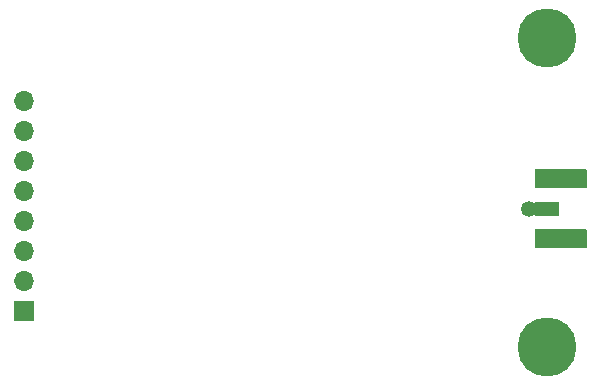
<source format=gbr>
%TF.GenerationSoftware,KiCad,Pcbnew,8.0.2*%
%TF.CreationDate,2024-06-12T11:30:58+02:00*%
%TF.ProjectId,e07-900m10s-breakout,6530372d-3930-4306-9d31-30732d627265,rev?*%
%TF.SameCoordinates,Original*%
%TF.FileFunction,Soldermask,Bot*%
%TF.FilePolarity,Negative*%
%FSLAX46Y46*%
G04 Gerber Fmt 4.6, Leading zero omitted, Abs format (unit mm)*
G04 Created by KiCad (PCBNEW 8.0.2) date 2024-06-12 11:30:58*
%MOMM*%
%LPD*%
G01*
G04 APERTURE LIST*
G04 Aperture macros list*
%AMRoundRect*
0 Rectangle with rounded corners*
0 $1 Rounding radius*
0 $2 $3 $4 $5 $6 $7 $8 $9 X,Y pos of 4 corners*
0 Add a 4 corners polygon primitive as box body*
4,1,4,$2,$3,$4,$5,$6,$7,$8,$9,$2,$3,0*
0 Add four circle primitives for the rounded corners*
1,1,$1+$1,$2,$3*
1,1,$1+$1,$4,$5*
1,1,$1+$1,$6,$7*
1,1,$1+$1,$8,$9*
0 Add four rect primitives between the rounded corners*
20,1,$1+$1,$2,$3,$4,$5,0*
20,1,$1+$1,$4,$5,$6,$7,0*
20,1,$1+$1,$6,$7,$8,$9,0*
20,1,$1+$1,$8,$9,$2,$3,0*%
G04 Aperture macros list end*
%ADD10C,0.800000*%
%ADD11C,5.000000*%
%ADD12RoundRect,0.060960X-0.993140X-0.548640X0.993140X-0.548640X0.993140X0.548640X-0.993140X0.548640X0*%
%ADD13C,1.346200*%
%ADD14RoundRect,0.038100X2.159000X0.762000X-2.159000X0.762000X-2.159000X-0.762000X2.159000X-0.762000X0*%
%ADD15R,1.700000X1.700000*%
%ADD16O,1.700000X1.700000*%
G04 APERTURE END LIST*
D10*
%TO.C,H3*%
X153120825Y-76763825D03*
X153670000Y-75438000D03*
X153670000Y-78089650D03*
X154995825Y-74888825D03*
D11*
X154995825Y-76763825D03*
D10*
X154995825Y-78638825D03*
X156321650Y-75438000D03*
X156321650Y-78089650D03*
X156870825Y-76763825D03*
%TD*%
%TO.C,H4*%
X153120825Y-50601825D03*
X153670000Y-49276000D03*
X153670000Y-51927650D03*
X154995825Y-48726825D03*
D11*
X154995825Y-50601825D03*
D10*
X154995825Y-52476825D03*
X156321650Y-49276000D03*
X156321650Y-51927650D03*
X156870825Y-50601825D03*
%TD*%
D12*
%TO.C,J$1*%
X154970750Y-65024000D03*
D13*
X153479500Y-65024000D03*
D14*
X156210000Y-62484000D03*
X156210000Y-67564000D03*
%TD*%
D15*
%TO.C,J1*%
X110744000Y-73660000D03*
D16*
X110744000Y-71120000D03*
X110744000Y-68580000D03*
X110744000Y-66040000D03*
X110744000Y-63500000D03*
X110744000Y-60960000D03*
X110744000Y-58420000D03*
X110744000Y-55880000D03*
%TD*%
M02*

</source>
